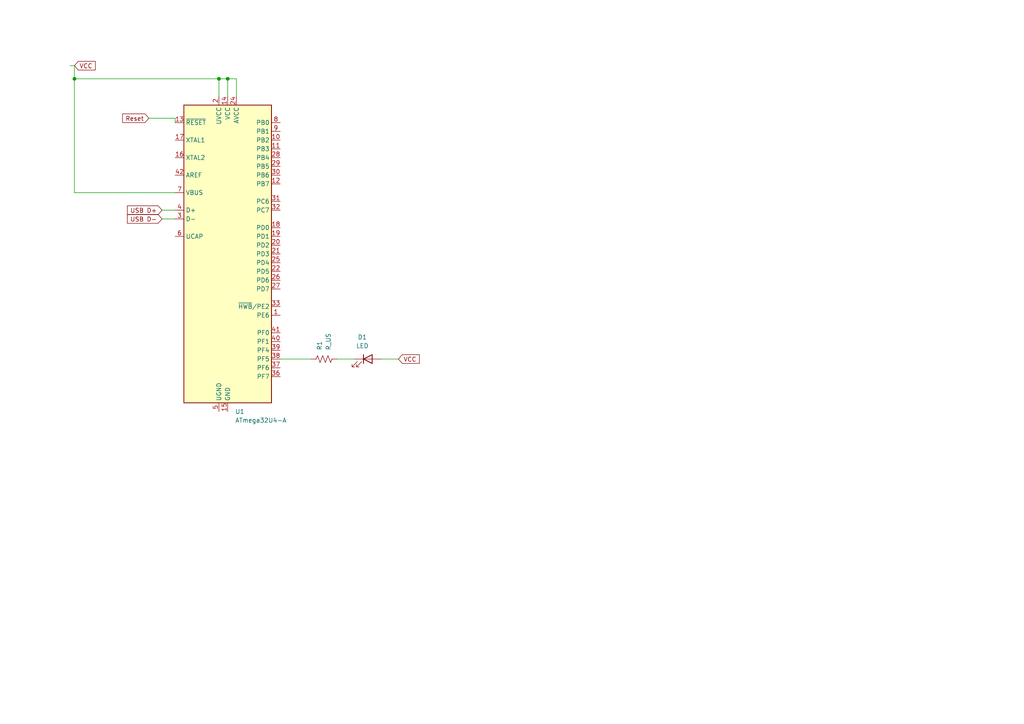
<source format=kicad_sch>
(kicad_sch (version 20250114) (generator "eeschema") (generator_version "9.0")
  (paper "A4")
  (lib_symbols
    (symbol "Device:LED" (pin_numbers (hide yes)) (pin_names (offset 1.016) (hide yes))
      (property "Reference" "D" (at 0 2.54 0))
      (property "Value" "LED" (at 0 -2.54 0))
      (symbol "LED_0_1"
        (polyline (pts (xy -3.048 -0.762) (xy -4.572 -2.286) (xy -3.81 -2.286) (xy -4.572 -2.286) (xy -4.572 -1.524)))
        (polyline (pts (xy -1.778 -0.762) (xy -3.302 -2.286) (xy -2.54 -2.286) (xy -3.302 -2.286) (xy -3.302 -1.524)))
        (polyline (pts (xy -1.27 0) (xy 1.27 0)))
        (polyline (pts (xy -1.27 -1.27) (xy -1.27 1.27)) (stroke (width 0.254)))
        (polyline (pts (xy 1.27 -1.27) (xy 1.27 1.27) (xy -1.27 0) (xy 1.27 -1.27)) (stroke (width 0.254)))
      )
      (symbol "LED_1_1"
        (pin passive line (at -3.81 0 0) (length 2.54) (name "K") (number "1"))
        (pin passive line (at 3.81 0 180) (length 2.54) (name "A") (number "2"))
      )
    )
    (symbol "Device:R_US" (pin_numbers (hide yes)) (pin_names (offset 0))
      (property "Reference" "R" (at 2.54 0 90))
      (property "Value" "R_US" (at -2.54 0 90))
      (symbol "R_US_0_1"
        (polyline (pts (xy 0 2.286) (xy 0 2.54)))
        (polyline (pts (xy 0 2.286) (xy 1.016 1.905) (xy 0 1.524) (xy -1.016 1.143) (xy 0 0.762)))
        (polyline (pts (xy 0 0.762) (xy 1.016 0.381) (xy 0 0) (xy -1.016 -0.381) (xy 0 -0.762)))
        (polyline (pts (xy 0 -0.762) (xy 1.016 -1.143) (xy 0 -1.524) (xy -1.016 -1.905) (xy 0 -2.286)))
        (polyline (pts (xy 0 -2.286) (xy 0 -2.54)))
      )
      (symbol "R_US_1_1"
        (pin passive line (at 0 3.81 270) (length 1.27) (name "~") (number "1"))
        (pin passive line (at 0 -3.81 90) (length 1.27) (name "~") (number "2"))
      )
    )
    (symbol "MCU_Microchip_ATmega:ATmega32U4-A"
      (property "Reference" "U" (at -12.7 44.45 0))
      (property "Value" "ATmega32U4-A" (at 2.54 -44.45 0))
      (symbol "ATmega32U4-A_0_1"
        (rectangle (start -12.7 -43.18) (end 12.7 43.18) (stroke (width 0.254)) (fill (type background)))
      )
      (symbol "ATmega32U4-A_1_1"
        (pin input line (at -15.24 38.1 0) (length 2.54) (name "~{RESET}") (number "13"))
        (pin input line (at -15.24 33.02 0) (length 2.54) (name "XTAL1") (number "17"))
        (pin output line (at -15.24 27.94 0) (length 2.54) (name "XTAL2") (number "16"))
        (pin passive line (at -15.24 22.86 0) (length 2.54) (name "AREF") (number "42"))
        (pin input line (at -15.24 17.78 0) (length 2.54) (name "VBUS") (number "7"))
        (pin bidirectional line (at -15.24 12.7 0) (length 2.54) (name "D+") (number "4"))
        (pin bidirectional line (at -15.24 10.16 0) (length 2.54) (name "D-") (number "3"))
        (pin passive line (at -15.24 5.08 0) (length 2.54) (name "UCAP") (number "6"))
        (pin power_in line (at -2.54 45.72 270) (length 2.54) (name "UVCC") (number "2"))
        (pin passive line (at -2.54 -45.72 90) (length 2.54) (name "UGND") (number "5"))
        (pin power_in line (at 0 45.72 270) (length 2.54) (name "VCC") (number "14"))
        (pin passive line (at 0 45.72 270) (length 2.54) (hide yes) (name "VCC") (number "34"))
        (pin power_in line (at 0 -45.72 90) (length 2.54) (name "GND") (number "15"))
        (pin passive line (at 0 -45.72 90) (length 2.54) (hide yes) (name "GND") (number "23"))
        (pin passive line (at 0 -45.72 90) (length 2.54) (hide yes) (name "GND") (number "35"))
        (pin passive line (at 0 -45.72 90) (length 2.54) (hide yes) (name "GND") (number "43"))
        (pin power_in line (at 2.54 45.72 270) (length 2.54) (name "AVCC") (number "24"))
        (pin passive line (at 2.54 45.72 270) (length 2.54) (hide yes) (name "AVCC") (number "44"))
        (pin bidirectional line (at 15.24 38.1 180) (length 2.54) (name "PB0") (number "8"))
        (pin bidirectional line (at 15.24 35.56 180) (length 2.54) (name "PB1") (number "9"))
        (pin bidirectional line (at 15.24 33.02 180) (length 2.54) (name "PB2") (number "10"))
        (pin bidirectional line (at 15.24 30.48 180) (length 2.54) (name "PB3") (number "11"))
        (pin bidirectional line (at 15.24 27.94 180) (length 2.54) (name "PB4") (number "28"))
        (pin bidirectional line (at 15.24 25.4 180) (length 2.54) (name "PB5") (number "29"))
        (pin bidirectional line (at 15.24 22.86 180) (length 2.54) (name "PB6") (number "30"))
        (pin bidirectional line (at 15.24 20.32 180) (length 2.54) (name "PB7") (number "12"))
        (pin bidirectional line (at 15.24 15.24 180) (length 2.54) (name "PC6") (number "31"))
        (pin bidirectional line (at 15.24 12.7 180) (length 2.54) (name "PC7") (number "32"))
        (pin bidirectional line (at 15.24 7.62 180) (length 2.54) (name "PD0") (number "18"))
        (pin bidirectional line (at 15.24 5.08 180) (length 2.54) (name "PD1") (number "19"))
        (pin bidirectional line (at 15.24 2.54 180) (length 2.54) (name "PD2") (number "20"))
        (pin bidirectional line (at 15.24 0 180) (length 2.54) (name "PD3") (number "21"))
        (pin bidirectional line (at 15.24 -2.54 180) (length 2.54) (name "PD4") (number "25"))
        (pin bidirectional line (at 15.24 -5.08 180) (length 2.54) (name "PD5") (number "22"))
        (pin bidirectional line (at 15.24 -7.62 180) (length 2.54) (name "PD6") (number "26"))
        (pin bidirectional line (at 15.24 -10.16 180) (length 2.54) (name "PD7") (number "27"))
        (pin bidirectional line (at 15.24 -15.24 180) (length 2.54) (name "~{HWB}/PE2") (number "33"))
        (pin bidirectional line (at 15.24 -17.78 180) (length 2.54) (name "PE6") (number "1"))
        (pin bidirectional line (at 15.24 -22.86 180) (length 2.54) (name "PF0") (number "41"))
        (pin bidirectional line (at 15.24 -25.4 180) (length 2.54) (name "PF1") (number "40"))
        (pin bidirectional line (at 15.24 -27.94 180) (length 2.54) (name "PF4") (number "39"))
        (pin bidirectional line (at 15.24 -30.48 180) (length 2.54) (name "PF5") (number "38"))
        (pin bidirectional line (at 15.24 -33.02 180) (length 2.54) (name "PF6") (number "37"))
        (pin bidirectional line (at 15.24 -35.56 180) (length 2.54) (name "PF7") (number "36"))
      )
    )
  )
  (junction (at 66.04 22.86))
  (junction (at 21.59 22.86))
  (junction (at 63.5 22.86))
  (wire (pts (xy 97.79 104.14) (xy 102.87 104.14)))
  (wire (pts (xy 63.5 22.86) (xy 63.5 27.94)))
  (wire (pts (xy 43.18 34.29) (xy 50.8 34.29)))
  (wire (pts (xy 81.28 104.14) (xy 90.17 104.14)))
  (wire (pts (xy 68.58 22.86) (xy 66.04 22.86)))
  (wire (pts (xy 68.58 27.94) (xy 68.58 22.86)))
  (wire (pts (xy 66.04 22.86) (xy 66.04 27.94)))
  (wire (pts (xy 110.49 104.14) (xy 115.57 104.14)))
  (wire (pts (xy 46.99 63.5) (xy 50.8 63.5)))
  (wire (pts (xy 21.59 22.86) (xy 21.59 55.88)))
  (wire (pts (xy 46.99 60.96) (xy 50.8 60.96)))
  (wire (pts (xy 21.59 55.88) (xy 50.8 55.88)))
  (wire (pts (xy 21.59 19.05) (xy 20.32 19.05)))
  (wire (pts (xy 50.8 34.29) (xy 50.8 35.56)))
  (wire (pts (xy 21.59 19.05) (xy 21.59 22.86)))
  (wire (pts (xy 21.59 22.86) (xy 63.5 22.86)))
  (wire (pts (xy 63.5 22.86) (xy 66.04 22.86)))
  (global_label "VCC" (shape input) (at 115.57 104.14 0) (property "Intersheetrefs" "${INTERSHEET_REFS}" (effects (hide yes))))
  (global_label "Reset" (shape input) (at 43.18 34.29 180) (property "Intersheetrefs" "${INTERSHEET_REFS}" (effects (hide yes))))
  (global_label "USB D-" (shape input) (at 46.99 63.5 180) (property "Intersheetrefs" "${INTERSHEET_REFS}" (effects (hide yes))))
  (global_label "USB D+" (shape input) (at 46.99 60.96 180) (property "Intersheetrefs" "${INTERSHEET_REFS}" (effects (hide yes))))
  (global_label "VCC" (shape input) (at 21.59 19.05 0) (property "Intersheetrefs" "${INTERSHEET_REFS}" (effects (hide yes))))
  (symbol (lib_id "MCU_Microchip_ATmega:ATmega32U4-A") (at 66.04 73.66 0) (unit 1)
    (property "Reference" "U1" (at 68.1833 119.38 0) (effects (justify left)))
    (property "Value" "ATmega32U4-A" (at 68.1833 121.92 0) (effects (justify left)))
    (property "Footprint" "Package_QFP:TQFP-44_10x10mm_P0.8mm" (effects (hide yes)))
    (property "Datasheet" "http://ww1.microchip.com/downloads/en/DeviceDoc/Atmel-7766-8-bit-AVR-ATmega16U4-32U4_Datasheet.pdf" (effects (hide yes)))
    (property "Description" "16MHz, 32kB Flash, 2.5kB SRAM, 1kB EEPROM, USB 2.0, TQFP-44" (effects (hide yes)))
  )
  (symbol (lib_id "Device:LED") (at 106.68 104.14 0) (unit 1)
    (property "Reference" "D1" (at 105.0925 97.79 0))
    (property "Value" "LED" (at 105.0925 100.33 0))
    (property "Description" "Light emitting diode" (effects (hide yes)))
    (property "Sim.Pins" "1=K 2=A" (effects (hide yes)))
  )
  (symbol (lib_id "Device:R_US") (at 93.98 104.14 90) (unit 1)
    (property "Reference" "R1" (at 92.7099 101.6 0) (effects (justify left)))
    (property "Value" "R_US" (at 95.2499 101.6 0) (effects (justify left)))
    (property "Description" "Resistor, US symbol" (effects (hide yes)))
  )
)
</source>
